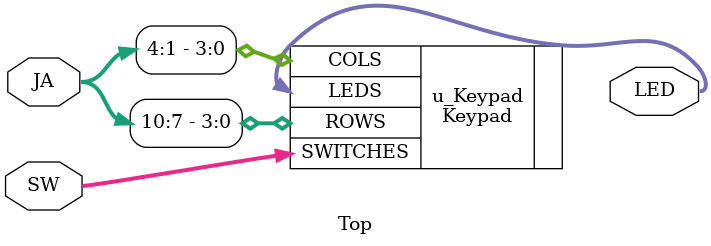
<source format=v>
module Top(
           output [3:0] LED,
           input [3:0]  SW,
           inout [10:1] JA
           );

   Keypad u_Keypad
     (.ROWS(JA[10:7]),
      .COLS(JA[4:1]),
      .SWITCHES(SW[3:0]),
      .LEDS(LED[3:0])
      );
   
endmodule

</source>
